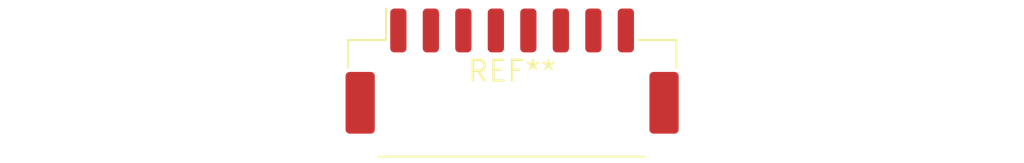
<source format=kicad_pcb>
(kicad_pcb (version 20240108) (generator pcbnew)
  (layers (0 "F.Cu" signal) (31 "B.Cu" signal) (34 "B.Paste" user) (35 "F.Paste" user) (36 "B.SilkS" user "B.Silkscreen") (37 "F.SilkS" user "F.Silkscreen") (38 "B.Mask" user) (39 "F.Mask" user) (44 "Edge.Cuts" user))
  (net 0 "")
  (footprint "Molex_CLIK-Mate_502494-0870_1x08-1MP_P2.00mm_Horizontal" (layer "F.Cu") (at 0 0)
    (property "Reference" "REF**")
    (property "Value" "Molex_CLIK-Mate_502494-0870_1x08-1MP_P2.00mm_Horizontal")
    (fp_line (start -10.11 -1.91) (end -7.76 -1.91) (layer "F.SilkS") (stroke (width 0.12)))
    (fp_line (start -10.11 -0.21) (end -10.11 -1.91) (layer "F.SilkS") (stroke (width 0.12)))
    (fp_line (start -8.19 5.26) (end 8.19 5.26) (layer "F.SilkS") (stroke (width 0.12)))
    (fp_line (start -7.76 -1.91) (end -7.76 -3.85) (layer "F.SilkS") (stroke (width 0.12)))
    (fp_line (start 10.11 -1.91) (end 7.76 -1.91) (layer "F.SilkS") (stroke (width 0.12)))
    (fp_line (start 10.11 -0.21) (end 10.11 -1.91) (layer "F.SilkS") (stroke (width 0.12)))
    (pad "1" smd roundrect (at -7 -2.5) (size 1 2.7) (layers "F.Cu" "F.Paste" "F.Mask"))
    (pad "2" smd roundrect (at -5 -2.5) (size 1 2.7) (layers "F.Cu" "F.Paste" "F.Mask"))
    (pad "3" smd roundrect (at -3 -2.5) (size 1 2.7) (layers "F.Cu" "F.Paste" "F.Mask"))
    (pad "4" smd roundrect (at -1 -2.5) (size 1 2.7) (layers "F.Cu" "F.Paste" "F.Mask"))
    (pad "5" smd roundrect (at 1 -2.5) (size 1 2.7) (layers "F.Cu" "F.Paste" "F.Mask"))
    (pad "6" smd roundrect (at 3 -2.5) (size 1 2.7) (layers "F.Cu" "F.Paste" "F.Mask"))
    (pad "7" smd roundrect (at 5 -2.5) (size 1 2.7) (layers "F.Cu" "F.Paste" "F.Mask"))
    (pad "8" smd roundrect (at 7 -2.5) (size 1 2.7) (layers "F.Cu" "F.Paste" "F.Mask"))
    (pad "MP" smd roundrect (at -9.35 1.95) (size 1.8 3.8) (layers "F.Cu" "F.Paste" "F.Mask") (roundrect_rratio 0.138889))
    (pad "MP" smd roundrect (at 9.35 1.95) (size 1.8 3.8) (layers "F.Cu" "F.Paste" "F.Mask") (roundrect_rratio 0.138889))
  )
)
</source>
